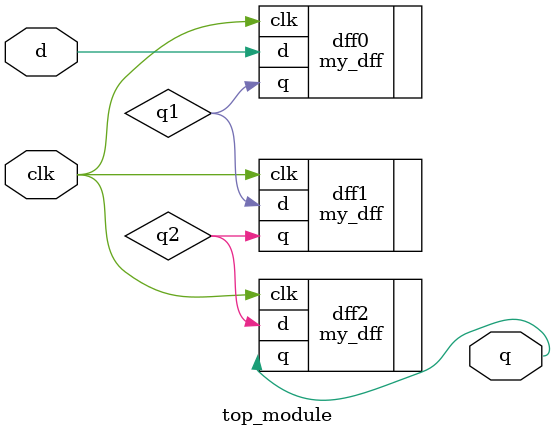
<source format=v>
/*You are given a module my_dff with two inputs and one output 
(that implements a D flip-flop). Instantiate three of them, then chain 
them together to make a shift register of length 3. The clk port needs 
to be connected to all instances.

The module provided to you is: 
module my_dff ( input clk, input d, output q );

Note that to make the internal connections, you will need to 
declare some wires. Be careful about naming your wires and module 
instances: the names must be unique. 

*/ 

//solutions
module top_module (
    input clk,
    input d,
    output q
);

    // Internal wires to connect the flip-flops
    wire q1, q2;

    // Instantiate 3 D flip-flops (my_dff)
    my_dff dff0 ( .clk(clk), .d(d),   .q(q1) );
    my_dff dff1 ( .clk(clk), .d(q1),  .q(q2) );
    my_dff dff2 ( .clk(clk), .d(q2),  .q(q)  );

endmodule

</source>
